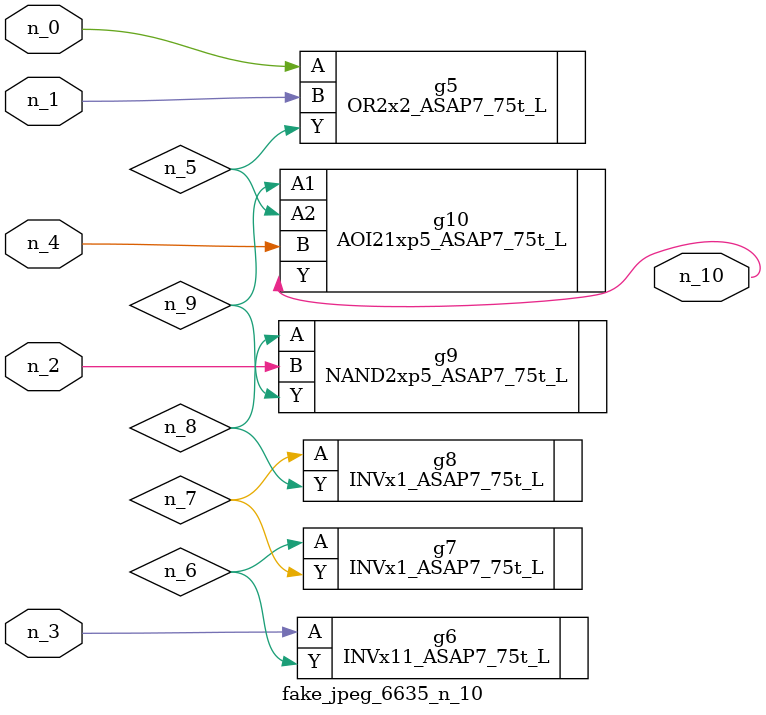
<source format=v>
module fake_jpeg_6635_n_10 (n_3, n_2, n_1, n_0, n_4, n_10);

input n_3;
input n_2;
input n_1;
input n_0;
input n_4;

output n_10;

wire n_8;
wire n_9;
wire n_6;
wire n_5;
wire n_7;

OR2x2_ASAP7_75t_L g5 ( 
.A(n_0),
.B(n_1),
.Y(n_5)
);

INVx11_ASAP7_75t_L g6 ( 
.A(n_3),
.Y(n_6)
);

INVx1_ASAP7_75t_L g7 ( 
.A(n_6),
.Y(n_7)
);

INVx1_ASAP7_75t_L g8 ( 
.A(n_7),
.Y(n_8)
);

NAND2xp5_ASAP7_75t_L g9 ( 
.A(n_8),
.B(n_2),
.Y(n_9)
);

AOI21xp5_ASAP7_75t_L g10 ( 
.A1(n_9),
.A2(n_5),
.B(n_4),
.Y(n_10)
);


endmodule
</source>
